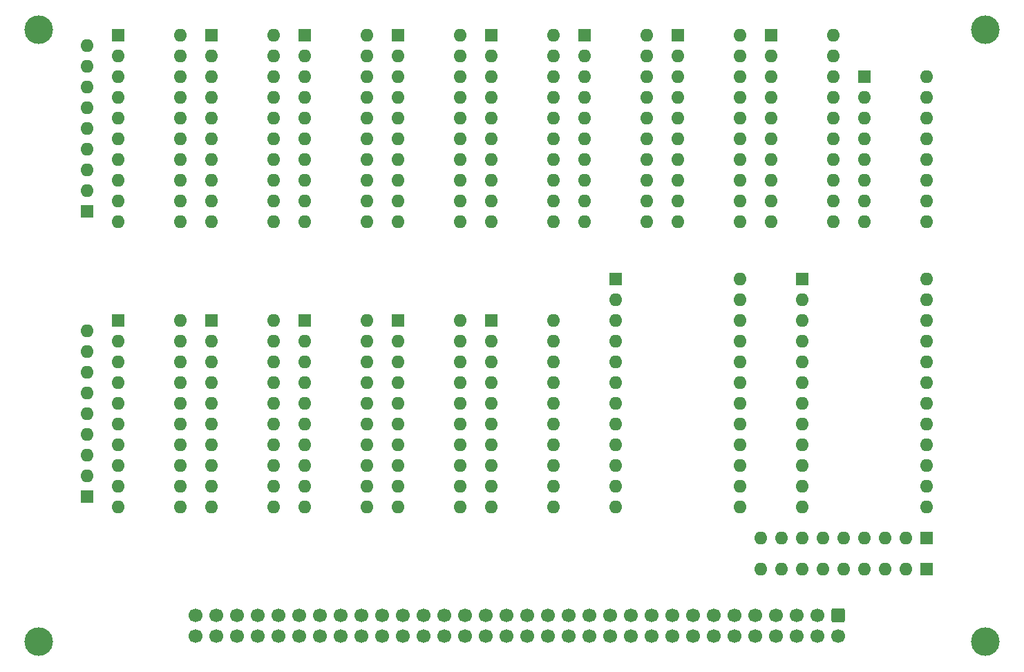
<source format=gbr>
%TF.GenerationSoftware,KiCad,Pcbnew,7.0.1*%
%TF.CreationDate,2023-08-25T15:18:18+01:00*%
%TF.ProjectId,Register_board,52656769-7374-4657-925f-626f6172642e,rev?*%
%TF.SameCoordinates,Original*%
%TF.FileFunction,Soldermask,Bot*%
%TF.FilePolarity,Negative*%
%FSLAX46Y46*%
G04 Gerber Fmt 4.6, Leading zero omitted, Abs format (unit mm)*
G04 Created by KiCad (PCBNEW 7.0.1) date 2023-08-25 15:18:18*
%MOMM*%
%LPD*%
G01*
G04 APERTURE LIST*
G04 Aperture macros list*
%AMRoundRect*
0 Rectangle with rounded corners*
0 $1 Rounding radius*
0 $2 $3 $4 $5 $6 $7 $8 $9 X,Y pos of 4 corners*
0 Add a 4 corners polygon primitive as box body*
4,1,4,$2,$3,$4,$5,$6,$7,$8,$9,$2,$3,0*
0 Add four circle primitives for the rounded corners*
1,1,$1+$1,$2,$3*
1,1,$1+$1,$4,$5*
1,1,$1+$1,$6,$7*
1,1,$1+$1,$8,$9*
0 Add four rect primitives between the rounded corners*
20,1,$1+$1,$2,$3,$4,$5,0*
20,1,$1+$1,$4,$5,$6,$7,0*
20,1,$1+$1,$6,$7,$8,$9,0*
20,1,$1+$1,$8,$9,$2,$3,0*%
G04 Aperture macros list end*
%ADD10R,1.600000X1.600000*%
%ADD11O,1.600000X1.600000*%
%ADD12C,3.500000*%
%ADD13RoundRect,0.250000X-0.600000X0.600000X-0.600000X-0.600000X0.600000X-0.600000X0.600000X0.600000X0*%
%ADD14C,1.700000*%
G04 APERTURE END LIST*
D10*
%TO.C,U11*%
X148590000Y-78735000D03*
D11*
X148590000Y-81275000D03*
X148590000Y-83815000D03*
X148590000Y-86355000D03*
X148590000Y-88895000D03*
X148590000Y-91435000D03*
X148590000Y-93975000D03*
X148590000Y-96515000D03*
X148590000Y-99055000D03*
X148590000Y-101595000D03*
X148590000Y-104135000D03*
X148590000Y-106675000D03*
X163830000Y-106675000D03*
X163830000Y-104135000D03*
X163830000Y-101595000D03*
X163830000Y-99055000D03*
X163830000Y-96515000D03*
X163830000Y-93975000D03*
X163830000Y-91435000D03*
X163830000Y-88895000D03*
X163830000Y-86355000D03*
X163830000Y-83815000D03*
X163830000Y-81275000D03*
X163830000Y-78735000D03*
%TD*%
D10*
%TO.C,U1*%
X64770000Y-48895000D03*
D11*
X64770000Y-51435000D03*
X64770000Y-53975000D03*
X64770000Y-56515000D03*
X64770000Y-59055000D03*
X64770000Y-61595000D03*
X64770000Y-64135000D03*
X64770000Y-66675000D03*
X64770000Y-69215000D03*
X64770000Y-71755000D03*
X72390000Y-71755000D03*
X72390000Y-69215000D03*
X72390000Y-66675000D03*
X72390000Y-64135000D03*
X72390000Y-61595000D03*
X72390000Y-59055000D03*
X72390000Y-56515000D03*
X72390000Y-53975000D03*
X72390000Y-51435000D03*
X72390000Y-48895000D03*
%TD*%
D10*
%TO.C,U15*%
X99060000Y-83820000D03*
D11*
X99060000Y-86360000D03*
X99060000Y-88900000D03*
X99060000Y-91440000D03*
X99060000Y-93980000D03*
X99060000Y-96520000D03*
X99060000Y-99060000D03*
X99060000Y-101600000D03*
X99060000Y-104140000D03*
X99060000Y-106680000D03*
X106680000Y-106680000D03*
X106680000Y-104140000D03*
X106680000Y-101600000D03*
X106680000Y-99060000D03*
X106680000Y-96520000D03*
X106680000Y-93980000D03*
X106680000Y-91440000D03*
X106680000Y-88900000D03*
X106680000Y-86360000D03*
X106680000Y-83820000D03*
%TD*%
D10*
%TO.C,RN4*%
X163830000Y-114300000D03*
D11*
X161290000Y-114300000D03*
X158750000Y-114300000D03*
X156210000Y-114300000D03*
X153670000Y-114300000D03*
X151130000Y-114300000D03*
X148590000Y-114300000D03*
X146050000Y-114300000D03*
X143510000Y-114300000D03*
%TD*%
D12*
%TO.C,H1*%
X55035000Y-48210000D03*
%TD*%
D10*
%TO.C,U12*%
X64770000Y-83820000D03*
D11*
X64770000Y-86360000D03*
X64770000Y-88900000D03*
X64770000Y-91440000D03*
X64770000Y-93980000D03*
X64770000Y-96520000D03*
X64770000Y-99060000D03*
X64770000Y-101600000D03*
X64770000Y-104140000D03*
X64770000Y-106680000D03*
X72390000Y-106680000D03*
X72390000Y-104140000D03*
X72390000Y-101600000D03*
X72390000Y-99060000D03*
X72390000Y-96520000D03*
X72390000Y-93980000D03*
X72390000Y-91440000D03*
X72390000Y-88900000D03*
X72390000Y-86360000D03*
X72390000Y-83820000D03*
%TD*%
D10*
%TO.C,U6*%
X121920000Y-48895000D03*
D11*
X121920000Y-51435000D03*
X121920000Y-53975000D03*
X121920000Y-56515000D03*
X121920000Y-59055000D03*
X121920000Y-61595000D03*
X121920000Y-64135000D03*
X121920000Y-66675000D03*
X121920000Y-69215000D03*
X121920000Y-71755000D03*
X129540000Y-71755000D03*
X129540000Y-69215000D03*
X129540000Y-66675000D03*
X129540000Y-64135000D03*
X129540000Y-61595000D03*
X129540000Y-59055000D03*
X129540000Y-56515000D03*
X129540000Y-53975000D03*
X129540000Y-51435000D03*
X129540000Y-48895000D03*
%TD*%
D10*
%TO.C,U7*%
X133350000Y-48895000D03*
D11*
X133350000Y-51435000D03*
X133350000Y-53975000D03*
X133350000Y-56515000D03*
X133350000Y-59055000D03*
X133350000Y-61595000D03*
X133350000Y-64135000D03*
X133350000Y-66675000D03*
X133350000Y-69215000D03*
X133350000Y-71755000D03*
X140970000Y-71755000D03*
X140970000Y-69215000D03*
X140970000Y-66675000D03*
X140970000Y-64135000D03*
X140970000Y-61595000D03*
X140970000Y-59055000D03*
X140970000Y-56515000D03*
X140970000Y-53975000D03*
X140970000Y-51435000D03*
X140970000Y-48895000D03*
%TD*%
D13*
%TO.C,J1*%
X153035000Y-120015000D03*
D14*
X153035000Y-122555000D03*
X150495000Y-120015000D03*
X150495000Y-122555000D03*
X147955000Y-120015000D03*
X147955000Y-122555000D03*
X145415000Y-120015000D03*
X145415000Y-122555000D03*
X142875000Y-120015000D03*
X142875000Y-122555000D03*
X140335000Y-120015000D03*
X140335000Y-122555000D03*
X137795000Y-120015000D03*
X137795000Y-122555000D03*
X135255000Y-120015000D03*
X135255000Y-122555000D03*
X132715000Y-120015000D03*
X132715000Y-122555000D03*
X130175000Y-120015000D03*
X130175000Y-122555000D03*
X127635000Y-120015000D03*
X127635000Y-122555000D03*
X125095000Y-120015000D03*
X125095000Y-122555000D03*
X122555000Y-120015000D03*
X122555000Y-122555000D03*
X120015000Y-120015000D03*
X120015000Y-122555000D03*
X117475000Y-120015000D03*
X117475000Y-122555000D03*
X114935000Y-120015000D03*
X114935000Y-122555000D03*
X112395000Y-120015000D03*
X112395000Y-122555000D03*
X109855000Y-120015000D03*
X109855000Y-122555000D03*
X107315000Y-120015000D03*
X107315000Y-122555000D03*
X104775000Y-120015000D03*
X104775000Y-122555000D03*
X102235000Y-120015000D03*
X102235000Y-122555000D03*
X99695000Y-120015000D03*
X99695000Y-122555000D03*
X97155000Y-120015000D03*
X97155000Y-122555000D03*
X94615000Y-120015000D03*
X94615000Y-122555000D03*
X92075000Y-120015000D03*
X92075000Y-122555000D03*
X89535000Y-120015000D03*
X89535000Y-122555000D03*
X86995000Y-120015000D03*
X86995000Y-122555000D03*
X84455000Y-120015000D03*
X84455000Y-122555000D03*
X81915000Y-120015000D03*
X81915000Y-122555000D03*
X79375000Y-120015000D03*
X79375000Y-122555000D03*
X76835000Y-120015000D03*
X76835000Y-122555000D03*
X74295000Y-120015000D03*
X74295000Y-122555000D03*
%TD*%
D10*
%TO.C,U13*%
X76200000Y-83820000D03*
D11*
X76200000Y-86360000D03*
X76200000Y-88900000D03*
X76200000Y-91440000D03*
X76200000Y-93980000D03*
X76200000Y-96520000D03*
X76200000Y-99060000D03*
X76200000Y-101600000D03*
X76200000Y-104140000D03*
X76200000Y-106680000D03*
X83820000Y-106680000D03*
X83820000Y-104140000D03*
X83820000Y-101600000D03*
X83820000Y-99060000D03*
X83820000Y-96520000D03*
X83820000Y-93980000D03*
X83820000Y-91440000D03*
X83820000Y-88900000D03*
X83820000Y-86360000D03*
X83820000Y-83820000D03*
%TD*%
D10*
%TO.C,RN2*%
X60960000Y-105410000D03*
D11*
X60960000Y-102870000D03*
X60960000Y-100330000D03*
X60960000Y-97790000D03*
X60960000Y-95250000D03*
X60960000Y-92710000D03*
X60960000Y-90170000D03*
X60960000Y-87630000D03*
X60960000Y-85090000D03*
%TD*%
D10*
%TO.C,U4*%
X99060000Y-48895000D03*
D11*
X99060000Y-51435000D03*
X99060000Y-53975000D03*
X99060000Y-56515000D03*
X99060000Y-59055000D03*
X99060000Y-61595000D03*
X99060000Y-64135000D03*
X99060000Y-66675000D03*
X99060000Y-69215000D03*
X99060000Y-71755000D03*
X106680000Y-71755000D03*
X106680000Y-69215000D03*
X106680000Y-66675000D03*
X106680000Y-64135000D03*
X106680000Y-61595000D03*
X106680000Y-59055000D03*
X106680000Y-56515000D03*
X106680000Y-53975000D03*
X106680000Y-51435000D03*
X106680000Y-48895000D03*
%TD*%
D10*
%TO.C,U3*%
X87640000Y-48895000D03*
D11*
X87640000Y-51435000D03*
X87640000Y-53975000D03*
X87640000Y-56515000D03*
X87640000Y-59055000D03*
X87640000Y-61595000D03*
X87640000Y-64135000D03*
X87640000Y-66675000D03*
X87640000Y-69215000D03*
X87640000Y-71755000D03*
X95260000Y-71755000D03*
X95260000Y-69215000D03*
X95260000Y-66675000D03*
X95260000Y-64135000D03*
X95260000Y-61595000D03*
X95260000Y-59055000D03*
X95260000Y-56515000D03*
X95260000Y-53975000D03*
X95260000Y-51435000D03*
X95260000Y-48895000D03*
%TD*%
D10*
%TO.C,U5*%
X110490000Y-48895000D03*
D11*
X110490000Y-51435000D03*
X110490000Y-53975000D03*
X110490000Y-56515000D03*
X110490000Y-59055000D03*
X110490000Y-61595000D03*
X110490000Y-64135000D03*
X110490000Y-66675000D03*
X110490000Y-69215000D03*
X110490000Y-71755000D03*
X118110000Y-71755000D03*
X118110000Y-69215000D03*
X118110000Y-66675000D03*
X118110000Y-64135000D03*
X118110000Y-61595000D03*
X118110000Y-59055000D03*
X118110000Y-56515000D03*
X118110000Y-53975000D03*
X118110000Y-51435000D03*
X118110000Y-48895000D03*
%TD*%
D10*
%TO.C,U16*%
X110490000Y-83820000D03*
D11*
X110490000Y-86360000D03*
X110490000Y-88900000D03*
X110490000Y-91440000D03*
X110490000Y-93980000D03*
X110490000Y-96520000D03*
X110490000Y-99060000D03*
X110490000Y-101600000D03*
X110490000Y-104140000D03*
X110490000Y-106680000D03*
X118110000Y-106680000D03*
X118110000Y-104140000D03*
X118110000Y-101600000D03*
X118110000Y-99060000D03*
X118110000Y-96520000D03*
X118110000Y-93980000D03*
X118110000Y-91440000D03*
X118110000Y-88900000D03*
X118110000Y-86360000D03*
X118110000Y-83820000D03*
%TD*%
D10*
%TO.C,U14*%
X87630000Y-83820000D03*
D11*
X87630000Y-86360000D03*
X87630000Y-88900000D03*
X87630000Y-91440000D03*
X87630000Y-93980000D03*
X87630000Y-96520000D03*
X87630000Y-99060000D03*
X87630000Y-101600000D03*
X87630000Y-104140000D03*
X87630000Y-106680000D03*
X95250000Y-106680000D03*
X95250000Y-104140000D03*
X95250000Y-101600000D03*
X95250000Y-99060000D03*
X95250000Y-96520000D03*
X95250000Y-93980000D03*
X95250000Y-91440000D03*
X95250000Y-88900000D03*
X95250000Y-86360000D03*
X95250000Y-83820000D03*
%TD*%
D10*
%TO.C,U8*%
X144780000Y-48895000D03*
D11*
X144780000Y-51435000D03*
X144780000Y-53975000D03*
X144780000Y-56515000D03*
X144780000Y-59055000D03*
X144780000Y-61595000D03*
X144780000Y-64135000D03*
X144780000Y-66675000D03*
X144780000Y-69215000D03*
X144780000Y-71755000D03*
X152400000Y-71755000D03*
X152400000Y-69215000D03*
X152400000Y-66675000D03*
X152400000Y-64135000D03*
X152400000Y-61595000D03*
X152400000Y-59055000D03*
X152400000Y-56515000D03*
X152400000Y-53975000D03*
X152400000Y-51435000D03*
X152400000Y-48895000D03*
%TD*%
D12*
%TO.C,H4*%
X171035000Y-123210000D03*
%TD*%
D10*
%TO.C,RN3*%
X163830000Y-110490000D03*
D11*
X161290000Y-110490000D03*
X158750000Y-110490000D03*
X156210000Y-110490000D03*
X153670000Y-110490000D03*
X151130000Y-110490000D03*
X148590000Y-110490000D03*
X146050000Y-110490000D03*
X143510000Y-110490000D03*
%TD*%
D12*
%TO.C,H3*%
X55035000Y-123210000D03*
%TD*%
D10*
%TO.C,RN1*%
X60960000Y-70485000D03*
D11*
X60960000Y-67945000D03*
X60960000Y-65405000D03*
X60960000Y-62865000D03*
X60960000Y-60325000D03*
X60960000Y-57785000D03*
X60960000Y-55245000D03*
X60960000Y-52705000D03*
X60960000Y-50165000D03*
%TD*%
D10*
%TO.C,U2*%
X76210000Y-48895000D03*
D11*
X76210000Y-51435000D03*
X76210000Y-53975000D03*
X76210000Y-56515000D03*
X76210000Y-59055000D03*
X76210000Y-61595000D03*
X76210000Y-64135000D03*
X76210000Y-66675000D03*
X76210000Y-69215000D03*
X76210000Y-71755000D03*
X83830000Y-71755000D03*
X83830000Y-69215000D03*
X83830000Y-66675000D03*
X83830000Y-64135000D03*
X83830000Y-61595000D03*
X83830000Y-59055000D03*
X83830000Y-56515000D03*
X83830000Y-53975000D03*
X83830000Y-51435000D03*
X83830000Y-48895000D03*
%TD*%
D10*
%TO.C,U9*%
X156210000Y-53975000D03*
D11*
X156210000Y-56515000D03*
X156210000Y-59055000D03*
X156210000Y-61595000D03*
X156210000Y-64135000D03*
X156210000Y-66675000D03*
X156210000Y-69215000D03*
X156210000Y-71755000D03*
X163830000Y-71755000D03*
X163830000Y-69215000D03*
X163830000Y-66675000D03*
X163830000Y-64135000D03*
X163830000Y-61595000D03*
X163830000Y-59055000D03*
X163830000Y-56515000D03*
X163830000Y-53975000D03*
%TD*%
D10*
%TO.C,U10*%
X125730000Y-78740000D03*
D11*
X125730000Y-81280000D03*
X125730000Y-83820000D03*
X125730000Y-86360000D03*
X125730000Y-88900000D03*
X125730000Y-91440000D03*
X125730000Y-93980000D03*
X125730000Y-96520000D03*
X125730000Y-99060000D03*
X125730000Y-101600000D03*
X125730000Y-104140000D03*
X125730000Y-106680000D03*
X140970000Y-106680000D03*
X140970000Y-104140000D03*
X140970000Y-101600000D03*
X140970000Y-99060000D03*
X140970000Y-96520000D03*
X140970000Y-93980000D03*
X140970000Y-91440000D03*
X140970000Y-88900000D03*
X140970000Y-86360000D03*
X140970000Y-83820000D03*
X140970000Y-81280000D03*
X140970000Y-78740000D03*
%TD*%
D12*
%TO.C,H2*%
X171035000Y-48210000D03*
%TD*%
M02*

</source>
